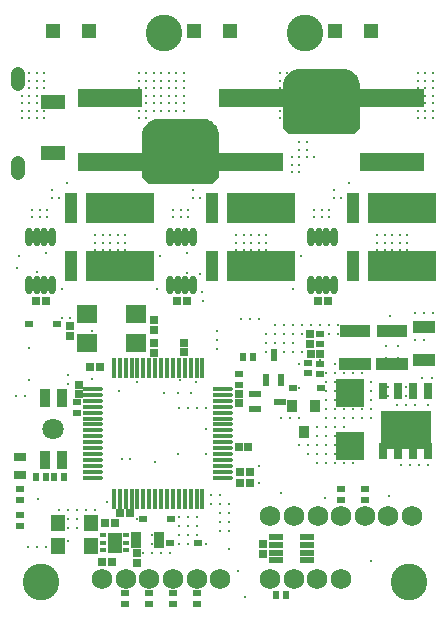
<source format=gbs>
G04 Layer_Color=16711935*
%FSAX25Y25*%
%MOIN*%
G70*
G01*
G75*
%ADD45C,0.12205*%
%ADD48C,0.07087*%
%ADD84R,0.02569X0.02647*%
%ADD85R,0.02765X0.02372*%
%ADD86R,0.02647X0.02569*%
%ADD88R,0.02372X0.02765*%
%ADD92R,0.03356X0.05718*%
%ADD104R,0.10836X0.04340*%
%ADD105R,0.10443X0.04340*%
%ADD115C,0.06900*%
%ADD116C,0.01200*%
%ADD117R,0.03800X0.04200*%
%ADD118R,0.22647X0.10206*%
%ADD119R,0.04104X0.10206*%
%ADD120R,0.09655X0.09655*%
%ADD121R,0.02569X0.02372*%
%ADD122R,0.03750X0.06112*%
%ADD123R,0.21466X0.06112*%
%ADD124R,0.02805X0.05301*%
%ADD125R,0.07293X0.04340*%
%ADD126R,0.03947X0.02372*%
%ADD127R,0.02372X0.03947*%
%ADD128R,0.08277X0.04931*%
%ADD129R,0.04537X0.04931*%
%ADD130O,0.02372X0.06112*%
%ADD131R,0.04567X0.02402*%
%ADD132R,0.06900X0.06100*%
%ADD133O,0.01584X0.06702*%
%ADD134O,0.06702X0.01584*%
%ADD135R,0.04931X0.05403*%
%ADD136R,0.04143X0.02569*%
%ADD137R,0.04537X0.06899*%
%ADD138R,0.02372X0.01781*%
%ADD139R,0.16600X0.13100*%
%ADD140O,0.04931X0.08080*%
G36*
X0577199Y0375301D02*
X0592199Y0375301D01*
X0592200Y0375301D01*
X0592692Y0375301D01*
X0592697Y0375300D01*
X0592703Y0375301D01*
X0592721Y0375299D01*
X0592739Y0375297D01*
X0592744Y0375296D01*
X0592750Y0375295D01*
X0593716Y0375103D01*
X0593722Y0375101D01*
X0593728Y0375100D01*
X0593745Y0375095D01*
X0593762Y0375090D01*
X0593767Y0375088D01*
X0593773Y0375086D01*
X0594683Y0374709D01*
X0594688Y0374706D01*
X0594694Y0374704D01*
X0594709Y0374696D01*
X0594725Y0374688D01*
X0594730Y0374684D01*
X0594735Y0374681D01*
X0595554Y0374134D01*
X0595558Y0374130D01*
X0595563Y0374127D01*
X0595577Y0374116D01*
X0595591Y0374105D01*
X0595595Y0374100D01*
X0595599Y0374096D01*
X0596296Y0373400D01*
X0596300Y0373396D01*
X0596304Y0373392D01*
X0596315Y0373378D01*
X0596326Y0373364D01*
X0596329Y0373359D01*
X0596333Y0373355D01*
X0596880Y0372536D01*
X0596883Y0372531D01*
X0596887Y0372526D01*
X0596895Y0372510D01*
X0596903Y0372494D01*
X0596905Y0372489D01*
X0596908Y0372484D01*
X0597285Y0371574D01*
X0597287Y0371568D01*
X0597289Y0371563D01*
X0597294Y0371545D01*
X0597300Y0371529D01*
X0597300Y0371523D01*
X0597302Y0371517D01*
X0597494Y0370551D01*
X0597495Y0370545D01*
X0597496Y0370540D01*
X0597498Y0370522D01*
X0597500Y0370504D01*
X0597500Y0370498D01*
X0597500Y0370493D01*
X0597500Y0370000D01*
X0597500Y0356000D01*
X0597496Y0355953D01*
X0597485Y0355907D01*
X0597467Y0355863D01*
X0597443Y0355823D01*
X0597412Y0355787D01*
X0595412Y0353787D01*
X0595376Y0353757D01*
X0595336Y0353732D01*
X0595292Y0353714D01*
X0595246Y0353703D01*
X0595199Y0353699D01*
X0574199D01*
X0574152Y0353703D01*
X0574106Y0353714D01*
X0574062Y0353732D01*
X0574022Y0353757D01*
X0573986Y0353787D01*
X0571986Y0355787D01*
X0571956Y0355823D01*
X0571931Y0355863D01*
X0571913Y0355907D01*
X0571902Y0355953D01*
X0571898Y0356000D01*
X0571898Y0370000D01*
D01*
X0571898Y0370492D01*
X0571899Y0370498D01*
X0571898Y0370504D01*
X0571901Y0370522D01*
X0571902Y0370539D01*
X0571903Y0370545D01*
X0571904Y0370551D01*
X0572096Y0371517D01*
X0572098Y0371523D01*
X0572099Y0371529D01*
X0572104Y0371546D01*
X0572109Y0371563D01*
X0572111Y0371568D01*
X0572113Y0371574D01*
X0572490Y0372484D01*
X0572493Y0372489D01*
X0572495Y0372494D01*
X0572504Y0372510D01*
X0572511Y0372526D01*
X0572515Y0372531D01*
X0572518Y0372536D01*
X0573065Y0373355D01*
X0573069Y0373359D01*
X0573072Y0373364D01*
X0573083Y0373378D01*
X0573094Y0373392D01*
X0573099Y0373396D01*
X0573103Y0373400D01*
X0573799Y0374097D01*
X0573803Y0374100D01*
X0573807Y0374105D01*
X0573821Y0374116D01*
X0573835Y0374127D01*
X0573840Y0374130D01*
X0573844Y0374134D01*
X0574663Y0374681D01*
X0574669Y0374684D01*
X0574673Y0374688D01*
X0574689Y0374696D01*
X0574705Y0374704D01*
X0574710Y0374706D01*
X0574716Y0374709D01*
X0575626Y0375086D01*
X0575631Y0375088D01*
X0575636Y0375090D01*
X0575654Y0375095D01*
X0575670Y0375100D01*
X0575676Y0375101D01*
X0575682Y0375103D01*
X0576648Y0375295D01*
X0576654Y0375296D01*
X0576660Y0375297D01*
X0576677Y0375299D01*
X0576695Y0375301D01*
X0576701Y0375301D01*
X0576707Y0375301D01*
X0577199Y0375301D01*
D02*
G37*
G36*
X0624199Y0391801D02*
X0639199Y0391801D01*
X0639200Y0391801D01*
X0639692Y0391801D01*
X0639698Y0391800D01*
X0639703Y0391801D01*
X0639721Y0391798D01*
X0639739Y0391797D01*
X0639744Y0391796D01*
X0639750Y0391795D01*
X0640716Y0391603D01*
X0640722Y0391601D01*
X0640728Y0391600D01*
X0640745Y0391595D01*
X0640762Y0391590D01*
X0640767Y0391588D01*
X0640773Y0391586D01*
X0641683Y0391209D01*
X0641688Y0391206D01*
X0641693Y0391204D01*
X0641709Y0391196D01*
X0641725Y0391188D01*
X0641730Y0391184D01*
X0641735Y0391181D01*
X0642554Y0390634D01*
X0642558Y0390630D01*
X0642563Y0390627D01*
X0642577Y0390616D01*
X0642591Y0390605D01*
X0642595Y0390600D01*
X0642599Y0390597D01*
X0643296Y0389900D01*
X0643299Y0389896D01*
X0643304Y0389892D01*
X0643315Y0389878D01*
X0643326Y0389864D01*
X0643329Y0389859D01*
X0643333Y0389855D01*
X0643880Y0389036D01*
X0643883Y0389031D01*
X0643887Y0389026D01*
X0643895Y0389010D01*
X0643903Y0388994D01*
X0643905Y0388989D01*
X0643908Y0388983D01*
X0644285Y0388074D01*
X0644287Y0388068D01*
X0644289Y0388063D01*
X0644294Y0388045D01*
X0644300Y0388029D01*
X0644301Y0388023D01*
X0644302Y0388017D01*
X0644494Y0387051D01*
X0644495Y0387045D01*
X0644496Y0387039D01*
X0644498Y0387022D01*
X0644500Y0387004D01*
X0644500Y0386998D01*
X0644500Y0386992D01*
X0644500Y0386500D01*
X0644500Y0372500D01*
X0644496Y0372453D01*
X0644485Y0372407D01*
X0644467Y0372363D01*
X0644443Y0372323D01*
X0644412Y0372287D01*
X0642412Y0370287D01*
X0642376Y0370256D01*
X0642336Y0370232D01*
X0642292Y0370214D01*
X0642246Y0370203D01*
X0642199Y0370199D01*
X0621199D01*
X0621152Y0370203D01*
X0621106Y0370214D01*
X0621063Y0370232D01*
X0621022Y0370256D01*
X0620986Y0370287D01*
X0618986Y0372287D01*
X0618956Y0372323D01*
X0618931Y0372363D01*
X0618913Y0372407D01*
X0618902Y0372453D01*
X0618898Y0372500D01*
X0618898Y0386500D01*
D01*
X0618898Y0386992D01*
X0618899Y0386998D01*
X0618898Y0387004D01*
X0618900Y0387022D01*
X0618902Y0387039D01*
X0618903Y0387045D01*
X0618904Y0387051D01*
X0619096Y0388017D01*
X0619098Y0388023D01*
X0619099Y0388029D01*
X0619104Y0388046D01*
X0619109Y0388063D01*
X0619111Y0388068D01*
X0619113Y0388074D01*
X0619490Y0388984D01*
X0619493Y0388989D01*
X0619495Y0388994D01*
X0619503Y0389010D01*
X0619512Y0389026D01*
X0619515Y0389030D01*
X0619518Y0389036D01*
X0620065Y0389855D01*
X0620069Y0389859D01*
X0620072Y0389864D01*
X0620083Y0389878D01*
X0620094Y0389892D01*
X0620099Y0389896D01*
X0620103Y0389900D01*
X0620799Y0390597D01*
X0620803Y0390600D01*
X0620807Y0390605D01*
X0620821Y0390616D01*
X0620835Y0390627D01*
X0620840Y0390630D01*
X0620845Y0390634D01*
X0621664Y0391181D01*
X0621669Y0391184D01*
X0621673Y0391188D01*
X0621689Y0391196D01*
X0621705Y0391204D01*
X0621710Y0391206D01*
X0621715Y0391209D01*
X0622625Y0391586D01*
X0622631Y0391588D01*
X0622637Y0391590D01*
X0622654Y0391595D01*
X0622670Y0391600D01*
X0622676Y0391601D01*
X0622682Y0391603D01*
X0623648Y0391795D01*
X0623654Y0391796D01*
X0623660Y0391797D01*
X0623677Y0391799D01*
X0623695Y0391801D01*
X0623701Y0391800D01*
X0623707Y0391801D01*
X0624199Y0391801D01*
D02*
G37*
D45*
X0579199Y0404000D02*
D03*
X0626199D02*
D03*
X0660699Y0221000D02*
D03*
X0538199D02*
D03*
D48*
X0542239Y0271970D02*
D03*
D84*
X0628085Y0296974D02*
D03*
X0631313D02*
D03*
X0607313Y0266000D02*
D03*
X0604085D02*
D03*
X0604585Y0254000D02*
D03*
X0607813D02*
D03*
X0559585Y0240500D02*
D03*
X0562813D02*
D03*
X0554435Y0292500D02*
D03*
X0557664D02*
D03*
X0539813Y0314500D02*
D03*
X0536585D02*
D03*
X0564585Y0244000D02*
D03*
X0567813D02*
D03*
X0607813Y0257500D02*
D03*
X0604585D02*
D03*
X0586813Y0314500D02*
D03*
X0583585D02*
D03*
X0630585D02*
D03*
X0633813D02*
D03*
X0558585Y0227500D02*
D03*
X0561813D02*
D03*
D85*
X0590199Y0213728D02*
D03*
Y0217272D02*
D03*
X0550199Y0280772D02*
D03*
Y0277228D02*
D03*
X0531199Y0248228D02*
D03*
Y0251772D02*
D03*
X0638199D02*
D03*
Y0248228D02*
D03*
X0646199D02*
D03*
Y0251772D02*
D03*
X0631199Y0293746D02*
D03*
Y0290203D02*
D03*
Y0300203D02*
D03*
Y0303746D02*
D03*
X0627199Y0294043D02*
D03*
Y0290500D02*
D03*
X0604199Y0290272D02*
D03*
Y0286728D02*
D03*
X0531199Y0243272D02*
D03*
Y0239728D02*
D03*
X0582199Y0217272D02*
D03*
Y0213728D02*
D03*
X0574199D02*
D03*
Y0217272D02*
D03*
X0566199D02*
D03*
Y0213728D02*
D03*
D86*
X0570199Y0227386D02*
D03*
Y0230614D02*
D03*
X0585699Y0297461D02*
D03*
Y0300689D02*
D03*
X0575699Y0297386D02*
D03*
Y0300614D02*
D03*
X0627699Y0300360D02*
D03*
Y0303589D02*
D03*
X0612199Y0233614D02*
D03*
Y0230386D02*
D03*
X0604199Y0283689D02*
D03*
Y0280461D02*
D03*
X0550699Y0286689D02*
D03*
Y0283461D02*
D03*
X0575699Y0308114D02*
D03*
Y0304886D02*
D03*
X0547699Y0306114D02*
D03*
Y0302886D02*
D03*
D88*
X0536427Y0256000D02*
D03*
X0539971D02*
D03*
X0542427D02*
D03*
X0545971D02*
D03*
X0605428Y0296000D02*
D03*
X0608971D02*
D03*
X0619971Y0216500D02*
D03*
X0616428D02*
D03*
D92*
X0569959Y0235000D02*
D03*
X0577439D02*
D03*
D104*
X0642699Y0293488D02*
D03*
X0655199D02*
D03*
D105*
X0642699Y0304512D02*
D03*
X0655199D02*
D03*
D115*
X0661821Y0243000D02*
D03*
X0646125D02*
D03*
X0638225D02*
D03*
X0630325D02*
D03*
X0622451D02*
D03*
X0614577D02*
D03*
X0653947D02*
D03*
X0597936Y0222000D02*
D03*
X0590062D02*
D03*
X0582162D02*
D03*
X0574262D02*
D03*
X0566388D02*
D03*
X0558514D02*
D03*
X0638099D02*
D03*
X0630199D02*
D03*
X0622325D02*
D03*
X0614451D02*
D03*
D116*
X0554199Y0403000D02*
D03*
Y0406000D02*
D03*
X0601199Y0403000D02*
D03*
Y0406000D02*
D03*
X0648199Y0403000D02*
D03*
Y0406000D02*
D03*
X0636199D02*
D03*
Y0403000D02*
D03*
X0589199Y0406000D02*
D03*
Y0403000D02*
D03*
X0542199D02*
D03*
Y0406000D02*
D03*
X0590199Y0279000D02*
D03*
X0587199D02*
D03*
X0584199D02*
D03*
X0584592Y0288200D02*
D03*
X0583699Y0284000D02*
D03*
X0579199D02*
D03*
X0589699Y0287500D02*
D03*
X0592199Y0314500D02*
D03*
X0588199Y0284000D02*
D03*
X0570165Y0287534D02*
D03*
X0571699Y0309000D02*
D03*
X0569199D02*
D03*
X0566699D02*
D03*
X0555199Y0288500D02*
D03*
Y0299500D02*
D03*
Y0302000D02*
D03*
Y0304500D02*
D03*
X0586813Y0314500D02*
D03*
X0539813D02*
D03*
X0612199Y0233614D02*
D03*
Y0230386D02*
D03*
X0557664Y0292500D02*
D03*
X0575699Y0300614D02*
D03*
X0604199Y0283689D02*
D03*
Y0280461D02*
D03*
X0607313Y0266000D02*
D03*
X0604085D02*
D03*
X0607813Y0254000D02*
D03*
X0604585D02*
D03*
X0593199Y0279000D02*
D03*
X0665199Y0288900D02*
D03*
X0648199Y0228000D02*
D03*
X0542199Y0234500D02*
D03*
X0544699D02*
D03*
X0547199D02*
D03*
X0632699Y0249000D02*
D03*
X0618199Y0250500D02*
D03*
X0539699Y0232500D02*
D03*
X0536699D02*
D03*
X0533699D02*
D03*
X0654199Y0249500D02*
D03*
X0606199Y0216000D02*
D03*
X0597699Y0238000D02*
D03*
X0600699Y0241000D02*
D03*
X0597699D02*
D03*
X0600699Y0244000D02*
D03*
X0597699D02*
D03*
X0610699Y0259500D02*
D03*
X0667199Y0260000D02*
D03*
X0664199D02*
D03*
X0661199D02*
D03*
X0658199D02*
D03*
X0648199Y0275500D02*
D03*
Y0278500D02*
D03*
Y0281500D02*
D03*
Y0284500D02*
D03*
Y0287500D02*
D03*
X0645199Y0278500D02*
D03*
Y0275500D02*
D03*
Y0281500D02*
D03*
X0630199Y0260500D02*
D03*
Y0263500D02*
D03*
Y0266500D02*
D03*
Y0269500D02*
D03*
Y0272500D02*
D03*
X0642199Y0275500D02*
D03*
X0667199Y0280000D02*
D03*
X0656699D02*
D03*
X0659699D02*
D03*
X0662699D02*
D03*
Y0283000D02*
D03*
Y0286000D02*
D03*
X0659699D02*
D03*
Y0283000D02*
D03*
X0656699Y0286000D02*
D03*
Y0283000D02*
D03*
X0653699D02*
D03*
Y0286000D02*
D03*
X0668364Y0288840D02*
D03*
X0597699Y0250000D02*
D03*
X0594699D02*
D03*
X0597699Y0247000D02*
D03*
X0600699D02*
D03*
X0593199Y0233500D02*
D03*
X0537199Y0248500D02*
D03*
X0576066Y0260866D02*
D03*
X0583699Y0263500D02*
D03*
X0591699Y0317500D02*
D03*
X0586699Y0324000D02*
D03*
X0547199Y0290000D02*
D03*
Y0287000D02*
D03*
X0564199Y0284500D02*
D03*
X0530699Y0329500D02*
D03*
X0531199Y0248228D02*
D03*
Y0256728D02*
D03*
Y0239728D02*
D03*
X0532699Y0283000D02*
D03*
X0529699D02*
D03*
X0607699Y0308500D02*
D03*
X0604699D02*
D03*
X0622199Y0306500D02*
D03*
X0545199Y0318500D02*
D03*
X0545286Y0308913D02*
D03*
X0547786Y0308913D02*
D03*
X0534199Y0307000D02*
D03*
X0576928Y0318728D02*
D03*
X0536699Y0324300D02*
D03*
X0642199Y0281500D02*
D03*
Y0287500D02*
D03*
Y0284500D02*
D03*
X0593199Y0263500D02*
D03*
X0622199Y0318500D02*
D03*
X0650199Y0334000D02*
D03*
X0655199Y0331500D02*
D03*
Y0329000D02*
D03*
X0650199Y0326500D02*
D03*
X0657699D02*
D03*
Y0329000D02*
D03*
X0655199Y0326500D02*
D03*
Y0324000D02*
D03*
X0657699D02*
D03*
X0660199D02*
D03*
Y0326500D02*
D03*
Y0329000D02*
D03*
Y0321500D02*
D03*
X0657699D02*
D03*
X0655199D02*
D03*
X0652699D02*
D03*
Y0324000D02*
D03*
Y0326500D02*
D03*
Y0329000D02*
D03*
X0650199Y0324000D02*
D03*
Y0321500D02*
D03*
Y0329000D02*
D03*
Y0331500D02*
D03*
X0652699D02*
D03*
X0657699D02*
D03*
X0660199D02*
D03*
Y0334000D02*
D03*
X0657699D02*
D03*
X0655199D02*
D03*
X0652699D02*
D03*
X0660199Y0336500D02*
D03*
X0657699D02*
D03*
X0655199D02*
D03*
X0652699D02*
D03*
X0650199D02*
D03*
X0603199D02*
D03*
X0605699D02*
D03*
X0608199D02*
D03*
X0610699D02*
D03*
X0613199D02*
D03*
X0605699Y0334000D02*
D03*
X0608199D02*
D03*
X0610699D02*
D03*
X0613199D02*
D03*
Y0331500D02*
D03*
X0610699D02*
D03*
X0605699D02*
D03*
X0603199D02*
D03*
Y0329000D02*
D03*
Y0321500D02*
D03*
Y0324000D02*
D03*
X0605699Y0329000D02*
D03*
Y0326500D02*
D03*
Y0324000D02*
D03*
Y0321500D02*
D03*
X0608199D02*
D03*
X0610699D02*
D03*
X0613199D02*
D03*
Y0329000D02*
D03*
Y0326500D02*
D03*
Y0324000D02*
D03*
X0610699D02*
D03*
X0608199D02*
D03*
Y0326500D02*
D03*
X0610699Y0329000D02*
D03*
Y0326500D02*
D03*
X0603199D02*
D03*
X0608199Y0329000D02*
D03*
Y0331500D02*
D03*
X0603199Y0334000D02*
D03*
X0556199Y0336500D02*
D03*
X0558699D02*
D03*
X0561199D02*
D03*
X0563699D02*
D03*
X0566199D02*
D03*
X0558699Y0334000D02*
D03*
X0561199D02*
D03*
X0563699D02*
D03*
X0566199D02*
D03*
Y0331500D02*
D03*
X0563699D02*
D03*
X0558699D02*
D03*
X0556199D02*
D03*
Y0329000D02*
D03*
Y0321500D02*
D03*
Y0324000D02*
D03*
X0558699Y0329000D02*
D03*
Y0326500D02*
D03*
Y0324000D02*
D03*
Y0321500D02*
D03*
X0561199D02*
D03*
X0563699D02*
D03*
X0566199D02*
D03*
Y0329000D02*
D03*
Y0326500D02*
D03*
Y0324000D02*
D03*
X0563699D02*
D03*
X0561199D02*
D03*
Y0326500D02*
D03*
X0563699Y0329000D02*
D03*
Y0326500D02*
D03*
X0556199D02*
D03*
X0561199Y0329000D02*
D03*
Y0331500D02*
D03*
X0556199Y0334000D02*
D03*
X0668699Y0390500D02*
D03*
Y0388000D02*
D03*
X0666199Y0390500D02*
D03*
Y0388000D02*
D03*
X0668699Y0385500D02*
D03*
X0663699Y0388000D02*
D03*
X0666199Y0385500D02*
D03*
X0663699Y0390500D02*
D03*
Y0385500D02*
D03*
X0632699Y0390500D02*
D03*
Y0388000D02*
D03*
X0663699Y0383000D02*
D03*
X0632699Y0385500D02*
D03*
X0668699Y0383000D02*
D03*
Y0380500D02*
D03*
X0666199Y0383000D02*
D03*
Y0380500D02*
D03*
X0668699Y0378000D02*
D03*
Y0375500D02*
D03*
X0666199Y0378000D02*
D03*
Y0375500D02*
D03*
X0663699Y0380500D02*
D03*
X0632699Y0383000D02*
D03*
Y0380500D02*
D03*
X0663699Y0378000D02*
D03*
Y0375500D02*
D03*
X0632699Y0378000D02*
D03*
X0630199Y0390500D02*
D03*
Y0388000D02*
D03*
X0627699Y0390500D02*
D03*
Y0388000D02*
D03*
X0630199Y0385500D02*
D03*
Y0383000D02*
D03*
X0627699Y0385500D02*
D03*
Y0383000D02*
D03*
X0625199Y0390500D02*
D03*
Y0388000D02*
D03*
X0620199Y0390500D02*
D03*
X0622699D02*
D03*
Y0388000D02*
D03*
X0625199Y0385500D02*
D03*
X0620199D02*
D03*
X0622699D02*
D03*
X0627699Y0380500D02*
D03*
X0630199D02*
D03*
X0625199Y0383000D02*
D03*
Y0380500D02*
D03*
X0627699Y0378000D02*
D03*
X0630199D02*
D03*
X0625199D02*
D03*
Y0375500D02*
D03*
X0622699Y0383000D02*
D03*
Y0380500D02*
D03*
X0620199Y0383000D02*
D03*
Y0380500D02*
D03*
X0622699Y0378000D02*
D03*
Y0375500D02*
D03*
X0620199Y0378000D02*
D03*
X0668699Y0310500D02*
D03*
X0665699D02*
D03*
Y0301500D02*
D03*
X0632699Y0375500D02*
D03*
X0630199D02*
D03*
Y0373000D02*
D03*
X0632699D02*
D03*
X0627699Y0375500D02*
D03*
Y0373000D02*
D03*
X0620199Y0375500D02*
D03*
X0625199Y0373000D02*
D03*
X0622699D02*
D03*
X0662699Y0310500D02*
D03*
Y0307500D02*
D03*
Y0304500D02*
D03*
Y0301500D02*
D03*
X0617699Y0390500D02*
D03*
X0620199Y0388000D02*
D03*
X0585699Y0390500D02*
D03*
X0617699Y0388000D02*
D03*
X0585699D02*
D03*
Y0385500D02*
D03*
X0580699Y0390500D02*
D03*
X0583199D02*
D03*
X0575699D02*
D03*
X0578199D02*
D03*
X0580699Y0388000D02*
D03*
X0583199D02*
D03*
X0575699D02*
D03*
X0578199D02*
D03*
X0617699Y0385500D02*
D03*
Y0383000D02*
D03*
X0580699Y0385500D02*
D03*
X0583199D02*
D03*
X0585699Y0383000D02*
D03*
X0617699Y0380500D02*
D03*
X0583199Y0383000D02*
D03*
Y0380500D02*
D03*
X0578199Y0383000D02*
D03*
X0580699D02*
D03*
X0575699Y0385500D02*
D03*
X0578199D02*
D03*
X0575699Y0380500D02*
D03*
X0578199D02*
D03*
X0575699Y0383000D02*
D03*
X0570699Y0390500D02*
D03*
X0573199D02*
D03*
X0536699D02*
D03*
X0539199D02*
D03*
X0573199Y0388000D02*
D03*
X0539199D02*
D03*
X0570699D02*
D03*
X0534199Y0390500D02*
D03*
X0536699Y0388000D02*
D03*
X0534199D02*
D03*
X0570699Y0385500D02*
D03*
X0573199D02*
D03*
X0539199D02*
D03*
X0570699Y0383000D02*
D03*
X0573199D02*
D03*
X0570699Y0380500D02*
D03*
X0539199Y0383000D02*
D03*
Y0380500D02*
D03*
X0536699Y0385500D02*
D03*
Y0383000D02*
D03*
X0534199Y0385500D02*
D03*
X0531699Y0383000D02*
D03*
X0534199D02*
D03*
X0531699Y0380500D02*
D03*
X0617699Y0375500D02*
D03*
Y0378000D02*
D03*
X0585699Y0380500D02*
D03*
Y0378000D02*
D03*
X0580699D02*
D03*
X0583199D02*
D03*
X0573199Y0380500D02*
D03*
X0580699D02*
D03*
X0573199Y0378000D02*
D03*
X0570699D02*
D03*
X0534199Y0380500D02*
D03*
X0536699D02*
D03*
X0531699Y0378000D02*
D03*
X0534199D02*
D03*
X0575699D02*
D03*
X0578199D02*
D03*
X0570699Y0375500D02*
D03*
X0573199D02*
D03*
X0539199Y0378000D02*
D03*
Y0375500D02*
D03*
X0536699Y0378000D02*
D03*
Y0375500D02*
D03*
X0534199D02*
D03*
X0531699D02*
D03*
X0605428Y0296000D02*
D03*
X0639199Y0272500D02*
D03*
X0636199D02*
D03*
X0639199Y0269500D02*
D03*
Y0266500D02*
D03*
Y0260500D02*
D03*
Y0263500D02*
D03*
X0636199Y0266500D02*
D03*
Y0269500D02*
D03*
Y0260500D02*
D03*
Y0263642D02*
D03*
X0633199Y0272500D02*
D03*
Y0269500D02*
D03*
Y0266500D02*
D03*
Y0260500D02*
D03*
Y0263500D02*
D03*
X0659699Y0347500D02*
D03*
X0657199D02*
D03*
X0652199D02*
D03*
X0654699D02*
D03*
X0659699Y0342500D02*
D03*
X0649699Y0347500D02*
D03*
X0659699Y0345000D02*
D03*
X0634199D02*
D03*
Y0342500D02*
D03*
X0645199Y0293500D02*
D03*
X0642199D02*
D03*
X0636199D02*
D03*
X0639199D02*
D03*
X0626699Y0365000D02*
D03*
Y0367500D02*
D03*
X0624199D02*
D03*
Y0365000D02*
D03*
X0612699Y0347500D02*
D03*
X0631699Y0345000D02*
D03*
X0607699Y0347500D02*
D03*
X0610199D02*
D03*
X0605199D02*
D03*
X0602699D02*
D03*
X0631699Y0342500D02*
D03*
X0629199Y0345000D02*
D03*
X0612699Y0342500D02*
D03*
X0629199D02*
D03*
X0612699Y0345000D02*
D03*
X0642199Y0290500D02*
D03*
X0645199D02*
D03*
X0639199Y0287500D02*
D03*
Y0290500D02*
D03*
Y0284500D02*
D03*
X0636199Y0290500D02*
D03*
Y0287500D02*
D03*
X0633199Y0290500D02*
D03*
Y0287500D02*
D03*
X0645199Y0284500D02*
D03*
X0633199D02*
D03*
X0639199Y0281500D02*
D03*
X0636199Y0284500D02*
D03*
X0639199Y0278500D02*
D03*
X0633199Y0281500D02*
D03*
X0636199D02*
D03*
Y0278500D02*
D03*
Y0275500D02*
D03*
X0645199Y0287500D02*
D03*
X0633199Y0278500D02*
D03*
X0639199Y0275500D02*
D03*
X0642199Y0278500D02*
D03*
X0633199Y0275500D02*
D03*
X0579699Y0365000D02*
D03*
Y0367500D02*
D03*
Y0372500D02*
D03*
Y0370000D02*
D03*
X0587199Y0345000D02*
D03*
X0584699D02*
D03*
Y0342500D02*
D03*
X0582199Y0345000D02*
D03*
X0577199Y0370000D02*
D03*
Y0372500D02*
D03*
Y0367500D02*
D03*
Y0365000D02*
D03*
X0587199Y0342500D02*
D03*
X0582199D02*
D03*
X0565699D02*
D03*
X0560699Y0347500D02*
D03*
X0563199D02*
D03*
X0565699D02*
D03*
X0558199D02*
D03*
X0565699Y0345000D02*
D03*
X0555699Y0347500D02*
D03*
X0540199Y0345000D02*
D03*
X0537699D02*
D03*
X0535199D02*
D03*
X0540199Y0342500D02*
D03*
X0537699D02*
D03*
X0535199D02*
D03*
X0584199Y0233500D02*
D03*
X0534199Y0299000D02*
D03*
Y0288200D02*
D03*
X0637199Y0306500D02*
D03*
X0634199D02*
D03*
X0631199D02*
D03*
X0628199D02*
D03*
X0625199D02*
D03*
X0637199Y0303500D02*
D03*
X0631199D02*
D03*
X0634199D02*
D03*
X0628199D02*
D03*
X0625199D02*
D03*
X0622199D02*
D03*
X0625199Y0297500D02*
D03*
X0622199Y0300500D02*
D03*
Y0297500D02*
D03*
X0619199Y0306500D02*
D03*
X0616199D02*
D03*
X0619199Y0303500D02*
D03*
Y0300500D02*
D03*
Y0297500D02*
D03*
X0616199Y0303500D02*
D03*
Y0300500D02*
D03*
X0613199Y0303500D02*
D03*
Y0297500D02*
D03*
Y0300500D02*
D03*
X0624199Y0293500D02*
D03*
X0610699Y0308500D02*
D03*
Y0254000D02*
D03*
X0631199Y0295000D02*
D03*
X0596699Y0298500D02*
D03*
Y0301500D02*
D03*
Y0304500D02*
D03*
X0586699Y0330500D02*
D03*
X0585199Y0297500D02*
D03*
Y0300500D02*
D03*
X0530199Y0325728D02*
D03*
X0539699Y0330500D02*
D03*
X0577699Y0329500D02*
D03*
X0624699D02*
D03*
X0624199Y0362500D02*
D03*
X0626699D02*
D03*
X0624199Y0360000D02*
D03*
Y0357500D02*
D03*
X0621699Y0362500D02*
D03*
Y0360000D02*
D03*
Y0357500D02*
D03*
X0577199Y0362500D02*
D03*
X0579699D02*
D03*
X0574699D02*
D03*
Y0360000D02*
D03*
X0577199D02*
D03*
X0635699Y0349000D02*
D03*
Y0351500D02*
D03*
X0638199Y0349000D02*
D03*
X0541699D02*
D03*
X0588699D02*
D03*
Y0351500D02*
D03*
X0541699D02*
D03*
X0591199Y0349000D02*
D03*
X0582199Y0362500D02*
D03*
X0544199Y0349000D02*
D03*
X0593955Y0354000D02*
D03*
X0546955D02*
D03*
X0640955D02*
D03*
X0629199Y0362500D02*
D03*
X0591199Y0323500D02*
D03*
X0562699Y0232000D02*
D03*
Y0234500D02*
D03*
X0570199Y0242000D02*
D03*
X0573199D02*
D03*
X0572199Y0230500D02*
D03*
X0575199D02*
D03*
X0578199D02*
D03*
X0581199D02*
D03*
Y0233500D02*
D03*
X0578199D02*
D03*
X0575199D02*
D03*
Y0236500D02*
D03*
X0594699Y0247000D02*
D03*
X0584199Y0236500D02*
D03*
Y0239500D02*
D03*
Y0242500D02*
D03*
X0587199D02*
D03*
Y0239500D02*
D03*
Y0236500D02*
D03*
Y0233500D02*
D03*
X0590199D02*
D03*
Y0236500D02*
D03*
Y0239500D02*
D03*
Y0242500D02*
D03*
X0604199Y0290272D02*
D03*
X0621199Y0285500D02*
D03*
X0624199D02*
D03*
X0627199Y0266500D02*
D03*
Y0263500D02*
D03*
X0642199Y0260500D02*
D03*
X0624199Y0275500D02*
D03*
X0621199D02*
D03*
X0618199D02*
D03*
X0613140Y0288347D02*
D03*
X0609546Y0283559D02*
D03*
X0624199Y0266500D02*
D03*
X0569199Y0230500D02*
D03*
X0603699Y0224500D02*
D03*
X0600699Y0238000D02*
D03*
Y0232000D02*
D03*
X0654443Y0309500D02*
D03*
X0556199Y0245000D02*
D03*
X0553199D02*
D03*
X0550199D02*
D03*
X0547199D02*
D03*
X0544199D02*
D03*
Y0242000D02*
D03*
X0547199D02*
D03*
X0550199D02*
D03*
Y0239000D02*
D03*
X0547199D02*
D03*
X0544199D02*
D03*
X0567699Y0262000D02*
D03*
X0565099D02*
D03*
X0560199Y0247500D02*
D03*
X0593199Y0272000D02*
D03*
X0657168Y0295532D02*
D03*
X0653231D02*
D03*
X0657168Y0299468D02*
D03*
X0653231D02*
D03*
D117*
X0625699Y0271100D02*
D03*
X0629499Y0279437D02*
D03*
X0621959D02*
D03*
D118*
X0564504Y0326236D02*
D03*
Y0345764D02*
D03*
X0611504D02*
D03*
Y0326236D02*
D03*
X0658504D02*
D03*
Y0345764D02*
D03*
D119*
X0548224D02*
D03*
Y0326236D02*
D03*
X0595224D02*
D03*
Y0345764D02*
D03*
X0642224D02*
D03*
Y0326236D02*
D03*
D120*
X0641199Y0283858D02*
D03*
Y0266142D02*
D03*
D121*
X0581325Y0242000D02*
D03*
X0572073D02*
D03*
X0543325Y0307000D02*
D03*
X0534073D02*
D03*
X0631325Y0285500D02*
D03*
X0622073D02*
D03*
X0581073Y0234000D02*
D03*
X0590325D02*
D03*
D122*
X0545093Y0261734D02*
D03*
X0539385D02*
D03*
X0545093Y0282206D02*
D03*
X0539385D02*
D03*
D123*
X0655199Y0382130D02*
D03*
Y0360870D02*
D03*
X0608199Y0382130D02*
D03*
Y0360870D02*
D03*
X0561199Y0382130D02*
D03*
Y0360870D02*
D03*
D124*
X0667199Y0264549D02*
D03*
X0662199D02*
D03*
X0657199D02*
D03*
X0652199D02*
D03*
X0667199Y0284451D02*
D03*
X0662199D02*
D03*
X0657199D02*
D03*
X0652199D02*
D03*
D125*
X0665699Y0305811D02*
D03*
Y0294787D02*
D03*
D126*
X0609546Y0278441D02*
D03*
Y0283559D02*
D03*
X0617853Y0281000D02*
D03*
D127*
X0615699Y0296654D02*
D03*
X0613140Y0288347D02*
D03*
X0618258D02*
D03*
D128*
X0542199Y0364039D02*
D03*
Y0380968D02*
D03*
D129*
X0648302Y0404500D02*
D03*
X0636097D02*
D03*
X0601301D02*
D03*
X0589097D02*
D03*
X0554302D02*
D03*
X0542097D02*
D03*
D130*
X0588839Y0319929D02*
D03*
X0586279D02*
D03*
X0583720D02*
D03*
X0581161D02*
D03*
X0588839Y0336071D02*
D03*
X0586279D02*
D03*
X0583720D02*
D03*
X0581161D02*
D03*
X0541839Y0319929D02*
D03*
X0539280D02*
D03*
X0536721D02*
D03*
X0534161D02*
D03*
X0541839Y0336071D02*
D03*
X0539280D02*
D03*
X0536721D02*
D03*
X0534161D02*
D03*
X0635839Y0319929D02*
D03*
X0633280D02*
D03*
X0630721D02*
D03*
X0628161D02*
D03*
X0635839Y0336071D02*
D03*
X0633280D02*
D03*
X0630721D02*
D03*
X0628161D02*
D03*
D131*
X0616581Y0235839D02*
D03*
X0626817D02*
D03*
Y0228161D02*
D03*
Y0230720D02*
D03*
Y0233279D02*
D03*
X0616581D02*
D03*
Y0230720D02*
D03*
Y0228161D02*
D03*
D132*
X0569849Y0300750D02*
D03*
X0553549D02*
D03*
Y0310250D02*
D03*
X0569849D02*
D03*
D133*
X0562435Y0292252D02*
D03*
X0564404D02*
D03*
X0566372D02*
D03*
X0568341D02*
D03*
X0570309D02*
D03*
X0572278D02*
D03*
X0574246D02*
D03*
X0576215D02*
D03*
X0578183D02*
D03*
X0580152D02*
D03*
X0582120D02*
D03*
X0584089D02*
D03*
X0586057D02*
D03*
X0588026D02*
D03*
X0589994D02*
D03*
X0591963D02*
D03*
Y0248748D02*
D03*
X0589994D02*
D03*
X0588026D02*
D03*
X0586057D02*
D03*
X0584089D02*
D03*
X0582120D02*
D03*
X0580152D02*
D03*
X0578183D02*
D03*
X0576215D02*
D03*
X0574246D02*
D03*
X0572278D02*
D03*
X0570309D02*
D03*
X0568341D02*
D03*
X0566372D02*
D03*
X0564404D02*
D03*
X0562435D02*
D03*
D134*
X0598951Y0285264D02*
D03*
Y0283295D02*
D03*
Y0281327D02*
D03*
Y0279358D02*
D03*
Y0277390D02*
D03*
Y0275421D02*
D03*
Y0273453D02*
D03*
Y0271484D02*
D03*
Y0269516D02*
D03*
Y0267547D02*
D03*
Y0265579D02*
D03*
Y0263610D02*
D03*
Y0261642D02*
D03*
Y0259673D02*
D03*
Y0257705D02*
D03*
Y0255736D02*
D03*
X0555447D02*
D03*
Y0257705D02*
D03*
Y0259673D02*
D03*
Y0261642D02*
D03*
Y0263610D02*
D03*
Y0265579D02*
D03*
Y0267547D02*
D03*
Y0269516D02*
D03*
Y0271484D02*
D03*
Y0273453D02*
D03*
Y0275421D02*
D03*
Y0277390D02*
D03*
Y0279358D02*
D03*
Y0281327D02*
D03*
Y0283295D02*
D03*
Y0285264D02*
D03*
D135*
X0543687Y0240500D02*
D03*
X0554711D02*
D03*
Y0233000D02*
D03*
X0543687D02*
D03*
D136*
X0531199Y0262437D02*
D03*
Y0256532D02*
D03*
D137*
X0562699Y0234000D02*
D03*
D138*
X0558860Y0236559D02*
D03*
Y0234000D02*
D03*
Y0231441D02*
D03*
X0566538D02*
D03*
Y0234000D02*
D03*
Y0236559D02*
D03*
D139*
X0659699Y0271750D02*
D03*
D140*
X0530499Y0359000D02*
D03*
Y0388528D02*
D03*
M02*

</source>
